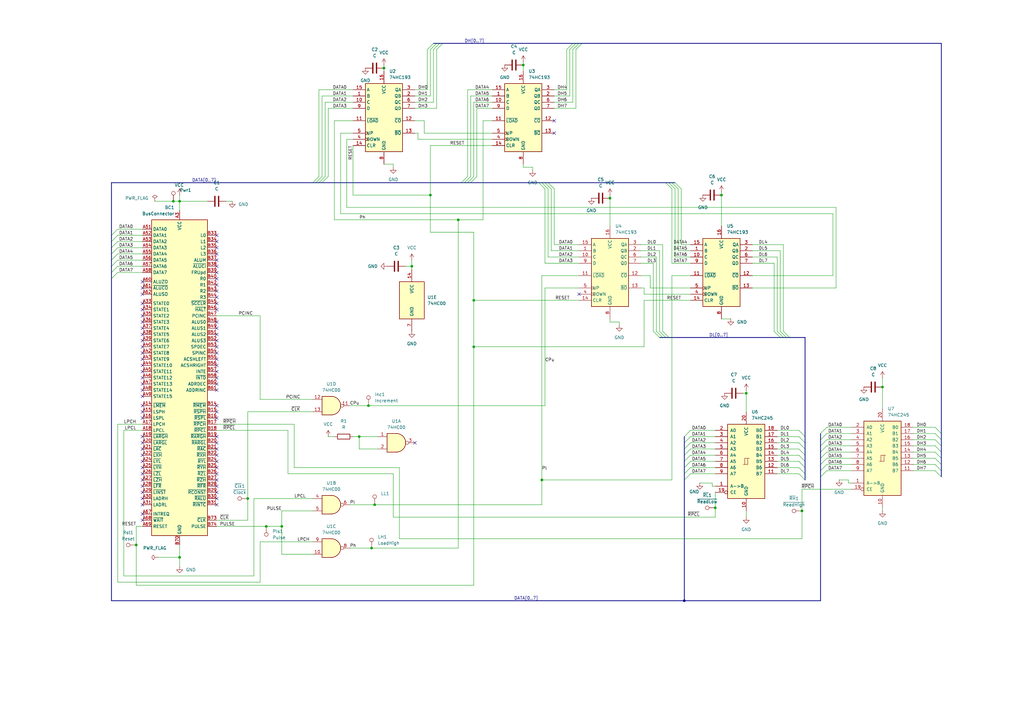
<source format=kicad_sch>
(kicad_sch (version 20250114) (generator "eeschema") (generator_version "9.0")
  (paper "A3")
  (junction (at 280.67 246.38))
  (junction (at 109.22 215.9))
  (junction (at 152.4 224.79))
  (junction (at 151.13 166.37))
  (junction (at 168.91 109.22))
  (junction (at 194.31 123.19))
  (junction (at 71.12 82.55))
  (junction (at 73.66 82.55))
  (junction (at 293.37 208.28))
  (junction (at 194.31 142.24))
  (junction (at 295.91 80.01))
  (junction (at 115.57 215.9))
  (junction (at 328.93 209.55))
  (junction (at 157.48 27.94))
  (junction (at 214.63 26.67))
  (junction (at 361.95 158.75))
  (junction (at 101.6 204.47))
  (junction (at 55.88 223.52))
  (junction (at 73.66 228.6))
  (junction (at 306.07 161.29))
  (junction (at 187.96 90.17))
  (junction (at 250.19 81.28))
  (junction (at 176.53 80.01))
  (junction (at 147.32 179.07))
  (junction (at 153.67 207.01))
  (junction (at 222.25 196.85))
  (no_connect (at 58.42 179.07))
  (no_connect (at 88.9 134.62))
  (no_connect (at 58.42 147.32))
  (no_connect (at 237.49 120.65))
  (no_connect (at 88.9 144.78))
  (no_connect (at 58.42 154.94))
  (no_connect (at 88.9 149.86))
  (no_connect (at 88.9 157.48))
  (no_connect (at 58.42 118.11))
  (no_connect (at 88.9 114.3))
  (no_connect (at 88.9 191.77))
  (no_connect (at 58.42 132.08))
  (no_connect (at 88.9 154.94))
  (no_connect (at 88.9 196.85))
  (no_connect (at 88.9 101.6))
  (no_connect (at 88.9 111.76))
  (no_connect (at 88.9 194.31))
  (no_connect (at 88.9 166.37))
  (no_connect (at 88.9 106.68))
  (no_connect (at 58.42 149.86))
  (no_connect (at 88.9 142.24))
  (no_connect (at 170.18 181.61))
  (no_connect (at 58.42 201.93))
  (no_connect (at 58.42 129.54))
  (no_connect (at 58.42 162.56))
  (no_connect (at 88.9 132.08))
  (no_connect (at 88.9 204.47))
  (no_connect (at 88.9 171.45))
  (no_connect (at 88.9 181.61))
  (no_connect (at 58.42 124.46))
  (no_connect (at 58.42 127))
  (no_connect (at 88.9 119.38))
  (no_connect (at 58.42 120.65))
  (no_connect (at 88.9 201.93))
  (no_connect (at 88.9 121.92))
  (no_connect (at 88.9 152.4))
  (no_connect (at 88.9 189.23))
  (no_connect (at 88.9 99.06))
  (no_connect (at 58.42 137.16))
  (no_connect (at 88.9 124.46))
  (no_connect (at 88.9 199.39))
  (no_connect (at 58.42 210.82))
  (no_connect (at 88.9 168.91))
  (no_connect (at 58.42 184.15))
  (no_connect (at 58.42 191.77))
  (no_connect (at 88.9 179.07))
  (no_connect (at 58.42 157.48))
  (no_connect (at 88.9 184.15))
  (no_connect (at 58.42 213.36))
  (no_connect (at 58.42 144.78))
  (no_connect (at 58.42 171.45))
  (no_connect (at 58.42 168.91))
  (no_connect (at 58.42 166.37))
  (no_connect (at 58.42 134.62))
  (no_connect (at 58.42 160.02))
  (no_connect (at 58.42 196.85))
  (no_connect (at 58.42 207.01))
  (no_connect (at 58.42 204.47))
  (no_connect (at 227.33 54.61))
  (no_connect (at 58.42 181.61))
  (no_connect (at 58.42 194.31))
  (no_connect (at 58.42 186.69))
  (no_connect (at 88.9 160.02))
  (no_connect (at 58.42 139.7))
  (no_connect (at 88.9 116.84))
  (no_connect (at 88.9 104.14))
  (no_connect (at 58.42 115.57))
  (no_connect (at 88.9 109.22))
  (no_connect (at 88.9 186.69))
  (no_connect (at 227.33 49.53))
  (no_connect (at 88.9 139.7))
  (no_connect (at 58.42 199.39))
  (no_connect (at 88.9 137.16))
  (no_connect (at 88.9 147.32))
  (no_connect (at 88.9 207.01))
  (no_connect (at 58.42 142.24))
  (no_connect (at 58.42 189.23))
  (no_connect (at 58.42 152.4))
  (no_connect (at 88.9 127))
  (no_connect (at 88.9 96.52))
  (bus_entry (at 128.27 74.93) (size 2.54 -2.54))
  (bus_entry (at 189.23 74.93) (size 2.54 -2.54))
  (bus_entry (at 273.05 138.43) (size -2.54 -2.54))
  (bus_entry (at 321.31 138.43) (size -2.54 -2.54))
  (bus_entry (at 280.67 191.77) (size 2.54 -2.54))
  (bus_entry (at 336.55 180.34) (size 2.54 -2.54))
  (bus_entry (at 323.85 138.43) (size -2.54 -2.54))
  (bus_entry (at 45.72 114.3) (size 2.54 -2.54))
  (bus_entry (at 330.2 194.31) (size -2.54 -2.54))
  (bus_entry (at 336.55 177.8) (size 2.54 -2.54))
  (bus_entry (at 274.32 138.43) (size -2.54 -2.54))
  (bus_entry (at 177.8 17.78) (size -2.54 2.54))
  (bus_entry (at 330.2 184.15) (size -2.54 -2.54))
  (bus_entry (at 276.86 74.93) (size 2.54 2.54))
  (bus_entry (at 280.67 194.31) (size 2.54 -2.54))
  (bus_entry (at 386.08 190.5) (size -2.54 -2.54))
  (bus_entry (at 336.55 185.42) (size 2.54 -2.54))
  (bus_entry (at 193.04 74.93) (size 2.54 -2.54))
  (bus_entry (at 190.5 74.93) (size 2.54 -2.54))
  (bus_entry (at 191.77 74.93) (size 2.54 -2.54))
  (bus_entry (at 336.55 195.58) (size 2.54 -2.54))
  (bus_entry (at 336.55 190.5) (size 2.54 -2.54))
  (bus_entry (at 224.79 74.93) (size 2.54 2.54))
  (bus_entry (at 270.51 138.43) (size -2.54 -2.54))
  (bus_entry (at 336.55 182.88) (size 2.54 -2.54))
  (bus_entry (at 280.67 179.07) (size 2.54 -2.54))
  (bus_entry (at 181.61 17.78) (size -2.54 2.54))
  (bus_entry (at 132.08 74.93) (size 2.54 -2.54))
  (bus_entry (at 386.08 182.88) (size -2.54 -2.54))
  (bus_entry (at 45.72 99.06) (size 2.54 -2.54))
  (bus_entry (at 386.08 185.42) (size -2.54 -2.54))
  (bus_entry (at 386.08 180.34) (size -2.54 -2.54))
  (bus_entry (at 280.67 196.85) (size 2.54 -2.54))
  (bus_entry (at 330.2 179.07) (size -2.54 -2.54))
  (bus_entry (at 45.72 104.14) (size 2.54 -2.54))
  (bus_entry (at 280.67 186.69) (size 2.54 -2.54))
  (bus_entry (at 129.54 74.93) (size 2.54 -2.54))
  (bus_entry (at 320.04 138.43) (size -2.54 -2.54))
  (bus_entry (at 280.67 189.23) (size 2.54 -2.54))
  (bus_entry (at 280.67 181.61) (size 2.54 -2.54))
  (bus_entry (at 280.67 184.15) (size 2.54 -2.54))
  (bus_entry (at 236.22 17.78) (size -2.54 2.54))
  (bus_entry (at 330.2 181.61) (size -2.54 -2.54))
  (bus_entry (at 271.78 138.43) (size -2.54 -2.54))
  (bus_entry (at 386.08 177.8) (size -2.54 -2.54))
  (bus_entry (at 238.76 17.78) (size -2.54 2.54))
  (bus_entry (at 386.08 187.96) (size -2.54 -2.54))
  (bus_entry (at 180.34 17.78) (size -2.54 2.54))
  (bus_entry (at 273.05 74.93) (size 2.54 2.54))
  (bus_entry (at 386.08 193.04) (size -2.54 -2.54))
  (bus_entry (at 386.08 195.58) (size -2.54 -2.54))
  (bus_entry (at 330.2 196.85) (size -2.54 -2.54))
  (bus_entry (at 336.55 193.04) (size 2.54 -2.54))
  (bus_entry (at 330.2 186.69) (size -2.54 -2.54))
  (bus_entry (at 45.72 106.68) (size 2.54 -2.54))
  (bus_entry (at 322.58 138.43) (size -2.54 -2.54))
  (bus_entry (at 234.95 17.78) (size -2.54 2.54))
  (bus_entry (at 222.25 74.93) (size 2.54 2.54))
  (bus_entry (at 45.72 111.76) (size 2.54 -2.54))
  (bus_entry (at 220.98 74.93) (size 2.54 2.54))
  (bus_entry (at 336.55 187.96) (size 2.54 -2.54))
  (bus_entry (at 45.72 96.52) (size 2.54 -2.54))
  (bus_entry (at 274.32 74.93) (size 2.54 2.54))
  (bus_entry (at 275.59 74.93) (size 2.54 2.54))
  (bus_entry (at 330.2 189.23) (size -2.54 -2.54))
  (bus_entry (at 130.81 74.93) (size 2.54 -2.54))
  (bus_entry (at 45.72 109.22) (size 2.54 -2.54))
  (bus_entry (at 179.07 17.78) (size -2.54 2.54))
  (bus_entry (at 237.49 17.78) (size -2.54 2.54))
  (bus_entry (at 330.2 191.77) (size -2.54 -2.54))
  (bus_entry (at 45.72 101.6) (size 2.54 -2.54))
  (bus_entry (at 223.52 74.93) (size 2.54 2.54))
  (wire (pts (xy 342.9 85.09) (xy 142.24 85.09)))
  (bus (pts (xy 330.2 194.31) (xy 330.2 196.85)))
  (bus (pts (xy 274.32 138.43) (xy 320.04 138.43)))
  (bus (pts (xy 129.54 74.93) (xy 130.81 74.93)))
  (wire (pts (xy 147.32 179.07) (xy 154.94 179.07)))
  (wire (pts (xy 194.31 142.24) (xy 264.16 142.24)))
  (wire (pts (xy 118.11 176.53) (xy 118.11 194.31)))
  (wire (pts (xy 142.24 57.15) (xy 144.78 57.15)))
  (wire (pts (xy 328.93 220.98) (xy 328.93 209.55)))
  (bus (pts (xy 223.52 74.93) (xy 224.79 74.93)))
  (wire (pts (xy 232.41 36.83) (xy 227.33 36.83)))
  (wire (pts (xy 95.25 82.55) (xy 92.71 82.55)))
  (bus (pts (xy 45.72 111.76) (xy 45.72 114.3)))
  (wire (pts (xy 304.8 161.29) (xy 306.07 161.29)))
  (wire (pts (xy 163.83 191.77) (xy 163.83 220.98)))
  (wire (pts (xy 48.26 109.22) (xy 58.42 109.22)))
  (wire (pts (xy 226.06 102.87) (xy 237.49 102.87)))
  (wire (pts (xy 194.31 123.19) (xy 237.49 123.19)))
  (wire (pts (xy 278.13 102.87) (xy 283.21 102.87)))
  (wire (pts (xy 147.32 179.07) (xy 147.32 184.15)))
  (wire (pts (xy 157.48 27.94) (xy 157.48 29.21)))
  (wire (pts (xy 187.96 224.79) (xy 187.96 90.17)))
  (wire (pts (xy 283.21 181.61) (xy 293.37 181.61)))
  (wire (pts (xy 269.24 135.89) (xy 269.24 105.41)))
  (wire (pts (xy 187.96 90.17) (xy 198.12 90.17)))
  (wire (pts (xy 151.13 166.37) (xy 143.51 166.37)))
  (wire (pts (xy 179.07 44.45) (xy 170.18 44.45)))
  (wire (pts (xy 137.16 49.53) (xy 144.78 49.53)))
  (wire (pts (xy 250.19 81.28) (xy 250.19 92.71)))
  (wire (pts (xy 171.45 57.15) (xy 201.93 57.15)))
  (wire (pts (xy 276.86 77.47) (xy 276.86 105.41)))
  (bus (pts (xy 45.72 101.6) (xy 45.72 104.14)))
  (wire (pts (xy 115.57 227.33) (xy 128.27 227.33)))
  (bus (pts (xy 323.85 138.43) (xy 330.2 138.43)))
  (wire (pts (xy 173.99 49.53) (xy 173.99 54.61)))
  (bus (pts (xy 336.55 195.58) (xy 336.55 246.38)))
  (wire (pts (xy 133.35 72.39) (xy 133.35 41.91)))
  (wire (pts (xy 194.31 72.39) (xy 194.31 41.91)))
  (wire (pts (xy 134.62 72.39) (xy 134.62 44.45)))
  (wire (pts (xy 275.59 107.95) (xy 283.21 107.95)))
  (wire (pts (xy 234.95 41.91) (xy 227.33 41.91)))
  (bus (pts (xy 386.08 185.42) (xy 386.08 187.96)))
  (bus (pts (xy 386.08 177.8) (xy 386.08 180.34)))
  (wire (pts (xy 63.5 82.55) (xy 71.12 82.55)))
  (wire (pts (xy 222.25 113.03) (xy 222.25 196.85)))
  (bus (pts (xy 273.05 138.43) (xy 274.32 138.43)))
  (wire (pts (xy 223.52 118.11) (xy 223.52 166.37)))
  (wire (pts (xy 327.66 184.15) (xy 318.77 184.15)))
  (bus (pts (xy 238.76 17.78) (xy 237.49 17.78)))
  (bus (pts (xy 128.27 74.93) (xy 129.54 74.93)))
  (wire (pts (xy 361.95 209.55) (xy 361.95 208.28)))
  (wire (pts (xy 317.5 135.89) (xy 317.5 107.95)))
  (wire (pts (xy 361.95 154.94) (xy 361.95 158.75)))
  (wire (pts (xy 48.26 104.14) (xy 58.42 104.14)))
  (wire (pts (xy 73.66 228.6) (xy 73.66 232.41)))
  (wire (pts (xy 48.26 96.52) (xy 58.42 96.52)))
  (wire (pts (xy 137.16 179.07) (xy 134.62 179.07)))
  (bus (pts (xy 270.51 138.43) (xy 271.78 138.43)))
  (wire (pts (xy 170.18 49.53) (xy 173.99 49.53)))
  (wire (pts (xy 142.24 85.09) (xy 142.24 57.15)))
  (wire (pts (xy 153.67 207.01) (xy 222.25 207.01)))
  (bus (pts (xy 189.23 74.93) (xy 190.5 74.93)))
  (bus (pts (xy 386.08 193.04) (xy 386.08 195.58)))
  (wire (pts (xy 383.54 180.34) (xy 374.65 180.34)))
  (wire (pts (xy 130.81 36.83) (xy 144.78 36.83)))
  (bus (pts (xy 238.76 17.78) (xy 386.08 17.78)))
  (bus (pts (xy 271.78 138.43) (xy 273.05 138.43)))
  (wire (pts (xy 134.62 44.45) (xy 144.78 44.45)))
  (wire (pts (xy 383.54 182.88) (xy 374.65 182.88)))
  (bus (pts (xy 45.72 109.22) (xy 45.72 111.76)))
  (bus (pts (xy 280.67 179.07) (xy 280.67 181.61)))
  (wire (pts (xy 327.66 176.53) (xy 318.77 176.53)))
  (wire (pts (xy 194.31 95.25) (xy 176.53 95.25)))
  (wire (pts (xy 106.68 238.76) (xy 106.68 222.25)))
  (wire (pts (xy 214.63 68.58) (xy 214.63 67.31)))
  (wire (pts (xy 279.4 77.47) (xy 279.4 100.33)))
  (wire (pts (xy 176.53 95.25) (xy 176.53 80.01)))
  (wire (pts (xy 144.78 179.07) (xy 147.32 179.07)))
  (wire (pts (xy 55.88 215.9) (xy 58.42 215.9)))
  (wire (pts (xy 224.79 105.41) (xy 237.49 105.41)))
  (wire (pts (xy 176.53 39.37) (xy 170.18 39.37)))
  (bus (pts (xy 280.67 186.69) (xy 280.67 189.23)))
  (wire (pts (xy 176.53 59.69) (xy 201.93 59.69)))
  (wire (pts (xy 327.66 179.07) (xy 318.77 179.07)))
  (wire (pts (xy 339.09 185.42) (xy 349.25 185.42)))
  (wire (pts (xy 115.57 209.55) (xy 128.27 209.55)))
  (wire (pts (xy 270.51 102.87) (xy 262.89 102.87)))
  (bus (pts (xy 336.55 182.88) (xy 336.55 185.42)))
  (wire (pts (xy 283.21 184.15) (xy 293.37 184.15)))
  (bus (pts (xy 274.32 74.93) (xy 275.59 74.93)))
  (wire (pts (xy 328.93 209.55) (xy 328.93 200.66)))
  (wire (pts (xy 175.26 20.32) (xy 175.26 36.83)))
  (bus (pts (xy 330.2 186.69) (xy 330.2 189.23)))
  (bus (pts (xy 191.77 74.93) (xy 193.04 74.93)))
  (wire (pts (xy 118.11 194.31) (xy 161.29 194.31)))
  (wire (pts (xy 88.9 176.53) (xy 118.11 176.53)))
  (bus (pts (xy 273.05 74.93) (xy 274.32 74.93)))
  (wire (pts (xy 341.63 113.03) (xy 341.63 87.63)))
  (wire (pts (xy 73.66 82.55) (xy 85.09 82.55)))
  (wire (pts (xy 48.26 101.6) (xy 58.42 101.6)))
  (wire (pts (xy 48.26 106.68) (xy 58.42 106.68)))
  (wire (pts (xy 318.77 135.89) (xy 318.77 105.41)))
  (wire (pts (xy 109.22 215.9) (xy 115.57 215.9)))
  (wire (pts (xy 168.91 106.68) (xy 168.91 109.22)))
  (bus (pts (xy 45.72 99.06) (xy 45.72 101.6)))
  (wire (pts (xy 233.68 39.37) (xy 227.33 39.37)))
  (wire (pts (xy 224.79 77.47) (xy 224.79 105.41)))
  (bus (pts (xy 336.55 185.42) (xy 336.55 187.96)))
  (wire (pts (xy 152.4 224.79) (xy 187.96 224.79)))
  (wire (pts (xy 223.52 107.95) (xy 237.49 107.95)))
  (wire (pts (xy 383.54 187.96) (xy 374.65 187.96)))
  (wire (pts (xy 137.16 90.17) (xy 187.96 90.17)))
  (bus (pts (xy 330.2 181.61) (xy 330.2 184.15)))
  (wire (pts (xy 283.21 179.07) (xy 293.37 179.07)))
  (bus (pts (xy 181.61 17.78) (xy 180.34 17.78)))
  (wire (pts (xy 48.26 238.76) (xy 106.68 238.76)))
  (wire (pts (xy 276.86 105.41) (xy 283.21 105.41)))
  (wire (pts (xy 194.31 240.03) (xy 194.31 142.24)))
  (wire (pts (xy 161.29 67.31) (xy 161.29 68.58)))
  (wire (pts (xy 191.77 72.39) (xy 191.77 36.83)))
  (wire (pts (xy 222.25 207.01) (xy 222.25 196.85)))
  (wire (pts (xy 171.45 54.61) (xy 170.18 54.61)))
  (bus (pts (xy 320.04 138.43) (xy 321.31 138.43)))
  (wire (pts (xy 361.95 158.75) (xy 361.95 167.64)))
  (wire (pts (xy 175.26 36.83) (xy 170.18 36.83)))
  (wire (pts (xy 177.8 41.91) (xy 170.18 41.91)))
  (wire (pts (xy 139.7 54.61) (xy 144.78 54.61)))
  (wire (pts (xy 278.13 77.47) (xy 278.13 102.87)))
  (wire (pts (xy 233.68 20.32) (xy 233.68 39.37)))
  (wire (pts (xy 339.09 187.96) (xy 349.25 187.96)))
  (bus (pts (xy 280.67 191.77) (xy 280.67 194.31)))
  (wire (pts (xy 143.51 207.01) (xy 153.67 207.01)))
  (wire (pts (xy 275.59 196.85) (xy 275.59 113.03)))
  (wire (pts (xy 176.53 20.32) (xy 176.53 39.37)))
  (wire (pts (xy 104.14 204.47) (xy 128.27 204.47)))
  (wire (pts (xy 50.8 236.22) (xy 104.14 236.22)))
  (wire (pts (xy 295.91 130.81) (xy 299.72 130.81)))
  (wire (pts (xy 347.98 198.12) (xy 349.25 198.12)))
  (wire (pts (xy 222.25 196.85) (xy 275.59 196.85)))
  (wire (pts (xy 308.61 102.87) (xy 320.04 102.87)))
  (wire (pts (xy 88.9 173.99) (xy 120.65 173.99)))
  (wire (pts (xy 267.97 135.89) (xy 267.97 107.95)))
  (wire (pts (xy 193.04 39.37) (xy 201.93 39.37)))
  (wire (pts (xy 50.8 176.53) (xy 50.8 236.22)))
  (wire (pts (xy 115.57 227.33) (xy 115.57 215.9)))
  (wire (pts (xy 214.63 29.21) (xy 214.63 26.67)))
  (wire (pts (xy 120.65 191.77) (xy 163.83 191.77)))
  (wire (pts (xy 55.88 215.9) (xy 55.88 223.52)))
  (wire (pts (xy 236.22 20.32) (xy 236.22 44.45)))
  (wire (pts (xy 73.66 80.01) (xy 73.66 82.55)))
  (wire (pts (xy 88.9 129.54) (xy 106.68 129.54)))
  (wire (pts (xy 287.02 198.12) (xy 292.1 198.12)))
  (wire (pts (xy 264.16 118.11) (xy 264.16 120.65)))
  (bus (pts (xy 280.67 194.31) (xy 280.67 196.85)))
  (wire (pts (xy 64.77 228.6) (xy 73.66 228.6)))
  (wire (pts (xy 191.77 36.83) (xy 201.93 36.83)))
  (wire (pts (xy 328.93 200.66) (xy 349.25 200.66)))
  (bus (pts (xy 280.67 189.23) (xy 280.67 191.77)))
  (bus (pts (xy 321.31 138.43) (xy 322.58 138.43)))
  (wire (pts (xy 293.37 201.93) (xy 293.37 208.28)))
  (wire (pts (xy 71.12 82.55) (xy 73.66 82.55)))
  (bus (pts (xy 45.72 74.93) (xy 128.27 74.93)))
  (bus (pts (xy 386.08 187.96) (xy 386.08 190.5)))
  (wire (pts (xy 254 132.08) (xy 254 133.35)))
  (bus (pts (xy 336.55 177.8) (xy 336.55 180.34)))
  (wire (pts (xy 341.63 87.63) (xy 139.7 87.63)))
  (wire (pts (xy 161.29 212.09) (xy 293.37 212.09)))
  (wire (pts (xy 344.17 196.85) (xy 347.98 196.85)))
  (wire (pts (xy 163.83 220.98) (xy 328.93 220.98)))
  (wire (pts (xy 120.65 173.99) (xy 120.65 191.77)))
  (bus (pts (xy 336.55 187.96) (xy 336.55 190.5)))
  (wire (pts (xy 383.54 185.42) (xy 374.65 185.42)))
  (wire (pts (xy 88.9 215.9) (xy 109.22 215.9)))
  (wire (pts (xy 308.61 100.33) (xy 321.31 100.33)))
  (wire (pts (xy 48.26 111.76) (xy 58.42 111.76)))
  (wire (pts (xy 157.48 26.67) (xy 157.48 27.94)))
  (wire (pts (xy 264.16 120.65) (xy 283.21 120.65)))
  (bus (pts (xy 336.55 180.34) (xy 336.55 182.88)))
  (wire (pts (xy 327.66 189.23) (xy 318.77 189.23)))
  (wire (pts (xy 161.29 194.31) (xy 161.29 212.09)))
  (wire (pts (xy 292.1 199.39) (xy 293.37 199.39)))
  (wire (pts (xy 48.26 173.99) (xy 58.42 173.99)))
  (bus (pts (xy 220.98 74.93) (xy 222.25 74.93)))
  (bus (pts (xy 179.07 17.78) (xy 177.8 17.78)))
  (wire (pts (xy 262.89 105.41) (xy 269.24 105.41)))
  (wire (pts (xy 383.54 175.26) (xy 374.65 175.26)))
  (bus (pts (xy 237.49 17.78) (xy 236.22 17.78)))
  (wire (pts (xy 101.6 204.47) (xy 101.6 168.91)))
  (wire (pts (xy 347.98 196.85) (xy 347.98 198.12)))
  (bus (pts (xy 236.22 17.78) (xy 234.95 17.78)))
  (bus (pts (xy 386.08 17.78) (xy 386.08 177.8)))
  (wire (pts (xy 292.1 198.12) (xy 292.1 199.39)))
  (bus (pts (xy 330.2 179.07) (xy 330.2 181.61)))
  (bus (pts (xy 330.2 189.23) (xy 330.2 191.77)))
  (wire (pts (xy 106.68 129.54) (xy 106.68 163.83)))
  (wire (pts (xy 227.33 77.47) (xy 227.33 100.33)))
  (wire (pts (xy 176.53 80.01) (xy 144.78 80.01)))
  (wire (pts (xy 223.52 166.37) (xy 151.13 166.37)))
  (wire (pts (xy 143.51 224.79) (xy 152.4 224.79)))
  (bus (pts (xy 280.67 184.15) (xy 280.67 186.69)))
  (wire (pts (xy 227.33 44.45) (xy 236.22 44.45)))
  (bus (pts (xy 45.72 246.38) (xy 280.67 246.38)))
  (wire (pts (xy 295.91 80.01) (xy 295.91 92.71)))
  (bus (pts (xy 336.55 193.04) (xy 336.55 195.58)))
  (wire (pts (xy 234.95 20.32) (xy 234.95 41.91)))
  (wire (pts (xy 173.99 54.61) (xy 201.93 54.61)))
  (wire (pts (xy 339.09 175.26) (xy 349.25 175.26)))
  (wire (pts (xy 283.21 194.31) (xy 293.37 194.31)))
  (wire (pts (xy 101.6 213.36) (xy 101.6 204.47)))
  (bus (pts (xy 45.72 114.3) (xy 45.72 246.38)))
  (wire (pts (xy 232.41 20.32) (xy 232.41 36.83)))
  (wire (pts (xy 193.04 72.39) (xy 193.04 39.37)))
  (wire (pts (xy 275.59 113.03) (xy 283.21 113.03)))
  (wire (pts (xy 88.9 213.36) (xy 101.6 213.36)))
  (wire (pts (xy 271.78 100.33) (xy 262.89 100.33)))
  (wire (pts (xy 179.07 20.32) (xy 179.07 44.45)))
  (bus (pts (xy 45.72 74.93) (xy 45.72 96.52)))
  (wire (pts (xy 339.09 193.04) (xy 349.25 193.04)))
  (wire (pts (xy 262.89 113.03) (xy 266.7 113.03)))
  (wire (pts (xy 327.66 191.77) (xy 318.77 191.77)))
  (wire (pts (xy 101.6 168.91) (xy 128.27 168.91)))
  (wire (pts (xy 250.19 80.01) (xy 250.19 81.28)))
  (wire (pts (xy 226.06 77.47) (xy 226.06 102.87)))
  (wire (pts (xy 250.19 132.08) (xy 250.19 130.81)))
  (wire (pts (xy 383.54 177.8) (xy 374.65 177.8)))
  (wire (pts (xy 166.37 109.22) (xy 168.91 109.22)))
  (wire (pts (xy 198.12 49.53) (xy 201.93 49.53)))
  (bus (pts (xy 132.08 74.93) (xy 189.23 74.93)))
  (wire (pts (xy 262.89 118.11) (xy 264.16 118.11)))
  (bus (pts (xy 386.08 182.88) (xy 386.08 185.42)))
  (wire (pts (xy 171.45 57.15) (xy 171.45 54.61)))
  (bus (pts (xy 280.67 196.85) (xy 280.67 246.38)))
  (wire (pts (xy 195.58 72.39) (xy 195.58 44.45)))
  (wire (pts (xy 176.53 80.01) (xy 176.53 59.69)))
  (wire (pts (xy 339.09 190.5) (xy 349.25 190.5)))
  (bus (pts (xy 386.08 180.34) (xy 386.08 182.88)))
  (wire (pts (xy 327.66 181.61) (xy 318.77 181.61)))
  (wire (pts (xy 223.52 118.11) (xy 237.49 118.11)))
  (bus (pts (xy 45.72 104.14) (xy 45.72 106.68)))
  (bus (pts (xy 130.81 74.93) (xy 132.08 74.93)))
  (bus (pts (xy 193.04 74.93) (xy 220.98 74.93)))
  (wire (pts (xy 267.97 107.95) (xy 262.89 107.95)))
  (wire (pts (xy 104.14 236.22) (xy 104.14 204.47)))
  (wire (pts (xy 48.26 93.98) (xy 58.42 93.98)))
  (bus (pts (xy 222.25 74.93) (xy 223.52 74.93)))
  (wire (pts (xy 339.09 182.88) (xy 349.25 182.88)))
  (bus (pts (xy 330.2 184.15) (xy 330.2 186.69)))
  (wire (pts (xy 339.09 177.8) (xy 349.25 177.8)))
  (wire (pts (xy 194.31 123.19) (xy 194.31 95.25)))
  (wire (pts (xy 295.91 78.74) (xy 295.91 80.01)))
  (wire (pts (xy 133.35 41.91) (xy 144.78 41.91)))
  (bus (pts (xy 330.2 191.77) (xy 330.2 194.31)))
  (wire (pts (xy 115.57 215.9) (xy 115.57 209.55)))
  (bus (pts (xy 45.72 96.52) (xy 45.72 99.06)))
  (bus (pts (xy 386.08 190.5) (xy 386.08 193.04)))
  (wire (pts (xy 283.21 189.23) (xy 293.37 189.23)))
  (wire (pts (xy 270.51 135.89) (xy 270.51 102.87)))
  (wire (pts (xy 177.8 20.32) (xy 177.8 41.91)))
  (wire (pts (xy 254 132.08) (xy 250.19 132.08)))
  (wire (pts (xy 306.07 160.02) (xy 306.07 161.29)))
  (wire (pts (xy 50.8 176.53) (xy 58.42 176.53)))
  (wire (pts (xy 283.21 191.77) (xy 293.37 191.77)))
  (wire (pts (xy 132.08 72.39) (xy 132.08 39.37)))
  (wire (pts (xy 293.37 208.28) (xy 293.37 212.09)))
  (wire (pts (xy 339.09 180.34) (xy 349.25 180.34)))
  (wire (pts (xy 342.9 118.11) (xy 342.9 85.09)))
  (wire (pts (xy 73.66 82.55) (xy 73.66 86.36)))
  (bus (pts (xy 322.58 138.43) (xy 323.85 138.43)))
  (bus (pts (xy 336.55 190.5) (xy 336.55 193.04)))
  (wire (pts (xy 327.66 186.69) (xy 318.77 186.69)))
  (wire (pts (xy 55.88 240.03) (xy 194.31 240.03)))
  (wire (pts (xy 194.31 41.91) (xy 201.93 41.91)))
  (wire (pts (xy 320.04 135.89) (xy 320.04 102.87)))
  (wire (pts (xy 283.21 176.53) (xy 293.37 176.53)))
  (bus (pts (xy 330.2 138.43) (xy 330.2 179.07)))
  (bus (pts (xy 190.5 74.93) (xy 191.77 74.93)))
  (wire (pts (xy 144.78 80.01) (xy 144.78 59.69)))
  (wire (pts (xy 227.33 100.33) (xy 237.49 100.33)))
  (wire (pts (xy 271.78 135.89) (xy 271.78 100.33)))
  (bus (pts (xy 280.67 181.61) (xy 280.67 184.15)))
  (wire (pts (xy 383.54 190.5) (xy 374.65 190.5)))
  (wire (pts (xy 264.16 142.24) (xy 264.16 123.19)))
  (wire (pts (xy 308.61 107.95) (xy 317.5 107.95)))
  (bus (pts (xy 181.61 17.78) (xy 234.95 17.78)))
  (wire (pts (xy 198.12 90.17) (xy 198.12 49.53)))
  (wire (pts (xy 137.16 90.17) (xy 137.16 49.53)))
  (wire (pts (xy 279.4 100.33) (xy 283.21 100.33)))
  (wire (pts (xy 48.26 173.99) (xy 48.26 238.76)))
  (wire (pts (xy 264.16 123.19) (xy 283.21 123.19)))
  (wire (pts (xy 139.7 87.63) (xy 139.7 54.61)))
  (wire (pts (xy 283.21 186.69) (xy 293.37 186.69)))
  (wire (pts (xy 132.08 39.37) (xy 144.78 39.37)))
  (wire (pts (xy 321.31 135.89) (xy 321.31 100.33)))
  (wire (pts (xy 306.07 161.29) (xy 306.07 168.91)))
  (bus (pts (xy 280.67 246.38) (xy 336.55 246.38)))
  (wire (pts (xy 223.52 77.47) (xy 223.52 107.95)))
  (wire (pts (xy 161.29 67.31) (xy 157.48 67.31)))
  (wire (pts (xy 48.26 99.06) (xy 58.42 99.06)))
  (wire (pts (xy 222.25 113.03) (xy 237.49 113.03)))
  (wire (pts (xy 383.54 193.04) (xy 374.65 193.04)))
  (wire (pts (xy 306.07 209.55) (xy 306.07 212.09)))
  (wire (pts (xy 308.61 113.03) (xy 341.63 113.03)))
  (wire (pts (xy 106.68 163.83) (xy 128.27 163.83)))
  (wire (pts (xy 327.66 194.31) (xy 318.77 194.31)))
  (bus (pts (xy 275.59 74.93) (xy 276.86 74.93)))
  (wire (pts (xy 218.44 69.85) (xy 218.44 68.58)))
  (wire (pts (xy 195.58 44.45) (xy 201.93 44.45)))
  (bus (pts (xy 273.05 74.93) (xy 224.79 74.93)))
  (wire (pts (xy 266.7 118.11) (xy 283.21 118.11)))
  (wire (pts (xy 266.7 118.11) (xy 266.7 113.03)))
  (wire (pts (xy 275.59 77.47) (xy 275.59 107.95)))
  (wire (pts (xy 194.31 142.24) (xy 194.31 123.19)))
  (wire (pts (xy 218.44 68.58) (xy 214.63 68.58)))
  (wire (pts (xy 214.63 25.4) (xy 214.63 26.67)))
  (wire (pts (xy 308.61 118.11) (xy 342.9 118.11)))
  (wire (pts (xy 147.32 184.15) (xy 154.94 184.15)))
  (wire (pts (xy 106.68 222.25) (xy 128.27 222.25)))
  (wire (pts (xy 130.81 72.39) (xy 130.81 36.83)))
  (wire (pts (xy 168.91 109.22) (xy 168.91 110.49)))
  (bus (pts (xy 180.34 17.78) (xy 179.07 17.78)))
  (wire (pts (xy 308.61 105.41) (xy 318.77 105.41)))
  (bus (pts (xy 45.72 106.68) (xy 45.72 109.22)))
  (wire (pts (xy 73.66 223.52) (xy 73.66 228.6)))
  (wire (pts (xy 55.88 223.52) (xy 55.88 240.03)))
  (label "RESET" (at 144.78 59.69 270))
  (label "DL[0..7]" (at 290.83 138.43 0))
  (label "DATA7" (at 345.44 193.04 180))
  (label "DATA7" (at 289.56 194.31 180))
  (label "DH2" (at 375.92 180.34 0))
  (label "LPCL" (at 55.88 176.53 180))
  (label "DH2" (at 171.45 41.91 0))
  (label "DATA1" (at 345.44 177.8 180))
  (label "DH0" (at 375.92 175.26 0))
  (label "DL2" (at 265.43 105.41 0))
  (label "DL6" (at 311.15 105.41 0))
  (label "DH[0..7]" (at 190.5 17.78 0))
  (label "DATA3" (at 54.61 101.6 180))
  (label "DL2" (at 320.04 181.61 0))
  (label "CPu" (at 143.51 166.37 0))
  (label "DATA6" (at 345.44 190.5 180))
  (label "DL0" (at 265.43 100.33 0))
  (label "DL1" (at 320.04 179.07 0))
  (label "~{RPCL}" (at 287.02 212.09 180))
  (label "DL0" (at 320.04 176.53 0))
  (label "DATA0" (at 234.95 100.33 180))
  (label "LPCL" (at 120.65 204.47 0))
  (label "DH3" (at 171.45 44.45 0))
  (label "DATA6" (at 281.94 105.41 180))
  (label "DATA1" (at 54.61 96.52 180))
  (label "DATA4" (at 54.61 104.14 180))
  (label "DH5" (at 375.92 187.96 0))
  (label "DL5" (at 311.15 102.87 0))
  (label "Pl" (at 143.51 207.01 0))
  (label "DATA1" (at 289.56 179.07 180))
  (label "DATA6" (at 54.61 109.22 180))
  (label "DH6" (at 375.92 190.5 0))
  (label "DATA5" (at 289.56 189.23 180))
  (label "Ph" (at 143.51 224.79 0))
  (label "DL5" (at 320.04 189.23 0))
  (label "DH4" (at 228.6 36.83 0))
  (label "DATA3" (at 289.56 184.15 180))
  (label "DH3" (at 375.92 182.88 0))
  (label "DH1" (at 171.45 39.37 0))
  (label "DL7" (at 311.15 107.95 0))
  (label "DATA1" (at 142.24 39.37 180))
  (label "DATA2" (at 54.61 99.06 180))
  (label "~{CLK}" (at 90.17 213.36 0))
  (label "DL4" (at 311.15 100.33 0))
  (label "DATA3" (at 142.24 44.45 180))
  (label "DATA0" (at 289.56 176.53 180))
  (label "DATA2" (at 345.44 180.34 180))
  (label "DATA3" (at 234.95 107.95 180))
  (label "DATA5" (at 54.61 106.68 180))
  (label "DL1" (at 265.43 102.87 0))
  (label "DATA4" (at 200.66 36.83 180))
  (label "LPCH" (at 55.88 173.99 180))
  (label "PCINC" (at 97.79 129.54 0))
  (label "DATA[0..7]" (at 210.82 246.38 0))
  (label "DATA6" (at 289.56 191.77 180))
  (label "DH7" (at 375.92 193.04 0))
  (label "DH0" (at 171.45 36.83 0))
  (label "DATA7" (at 54.61 111.76 180))
  (label "~{RPCH}" (at 334.01 200.66 180))
  (label "RESET" (at 233.68 123.19 180))
  (label "DL7" (at 320.04 194.31 0))
  (label "DATA4" (at 281.94 100.33 180))
  (label "Pl" (at 222.25 193.04 0))
  (label "DL3" (at 320.04 184.15 0))
  (label "DATA5" (at 281.94 102.87 180))
  (label "DATA0" (at 142.24 36.83 180))
  (label "DATA3" (at 345.44 182.88 180))
  (label "DATA5" (at 345.44 187.96 180))
  (label "DH1" (at 375.92 177.8 0))
  (label "DATA4" (at 345.44 185.42 180))
  (label "DATA2" (at 289.56 181.61 180))
  (label "DATA[0..7]" (at 78.74 74.93 0))
  (label "PULSE" (at 90.17 215.9 0))
  (label "DATA2" (at 234.95 105.41 180))
  (label "DATA7" (at 200.66 44.45 180))
  (label "DATA0" (at 54.61 93.98 180))
  (label "DH5" (at 228.6 39.37 0))
  (label "RESET" (at 55.88 215.9 180))
  (label "RESET" (at 279.4 123.19 180))
  (label "DH7" (at 228.6 44.45 0))
  (label "DATA1" (at 234.95 102.87 180))
  (label "DL6" (at 320.04 191.77 0))
  (label "DATA7" (at 281.94 107.95 180))
  (label "DH6" (at 228.6 41.91 0))
  (label "DL3" (at 265.43 107.95 0))
  (label "~{RPCL}" (at 91.44 176.53 0))
  (label "DATA0" (at 345.44 175.26 180))
  (label "DATA2" (at 142.24 41.91 180))
  (label "LPCH" (at 121.92 222.25 0))
  (label "PCINC" (at 123.19 163.83 180))
  (label "PULSE" (at 115.57 209.55 180))
  (label "DH4" (at 375.92 185.42 0))
  (label "CPu" (at 223.52 148.59 0))
  (label "RESET" (at 190.5 59.69 180))
  (label "DATA5" (at 200.66 39.37 180))
  (label "Ph" (at 147.32 90.17 0))
  (label "~{RPCH}" (at 91.44 173.99 0))
  (label "DATA4" (at 289.56 186.69 180))
  (label "DL4" (at 320.04 186.69 0))
  (label "~{CLK}" (at 123.19 168.91 180))
  (label "DATA6" (at 200.66 41.91 180))
  (symbol (lib_id "power:GND") (at 218.44 69.85 0) (unit 1)
    (property "Reference" "#PWR038" (effects (hide yes)))
    (property "Value" "GND" (at 218.44 74.93 0))
    (property "Description" "Power symbol creates a global label with name \"GND\" , ground" (effects (hide yes)))
  )
  (symbol (lib_id "power:GND") (at 361.95 209.55 0) (unit 1)
    (property "Reference" "#PWR052" (effects (hide yes)))
    (property "Value" "GND" (at 361.95 214.63 0))
    (property "Description" "Power symbol creates a global label with name \"GND\" , ground" (effects (hide yes)))
  )
  (symbol (lib_id "power:VCC") (at 134.62 179.07 0) (unit 1)
    (property "Reference" "#PWR01" (effects (hide yes)))
    (property "Value" "VCC" (at 134.62 173.99 0))
    (property "Description" "Power symbol creates a global label with name \"VCC\"" (effects (hide yes)))
  )
  (symbol (lib_id "74xx:74HC245") (at 361.95 187.96 0) (unit 1)
    (property "Reference" "U7" (at 364.0933 167.64 0) (effects (justify left)))
    (property "Value" "74HC245" (at 364.0933 170.18 0) (effects (justify left)))
    (property "Footprint" "Package_DIP:DIP-20_W7.62mm_Socket_LongPads" (effects (hide yes)))
    (property "Datasheet" "http://www.ti.com/lit/gpn/sn74HC245" (effects (hide yes)))
    (property "Description" "Octal BUS Transceivers, 3-State outputs" (effects (hide yes)))
  )
  (symbol (lib_id "Device:C") (at 246.38 81.28 90) (unit 1)
    (property "Reference" "C5" (at 246.38 73.66 90))
    (property "Value" "C" (at 246.38 76.2 90))
    (property "Footprint" "Capacitor_THT:C_Disc_D5.0mm_W2.5mm_P5.00mm" (effects (hide yes)))
    (property "Description" "Unpolarized capacitor" (effects (hide yes)))
  )
  (symbol (lib_id "Device:C") (at 210.82 26.67 90) (unit 1)
    (property "Reference" "C4" (at 210.82 19.05 90))
    (property "Value" "C" (at 210.82 21.59 90))
    (property "Footprint" "Capacitor_THT:C_Disc_D5.0mm_W2.5mm_P5.00mm" (effects (hide yes)))
    (property "Description" "Unpolarized capacitor" (effects (hide yes)))
  )
  (symbol (lib_id "power:GND") (at 299.72 130.81 0) (unit 1)
    (property "Reference" "#PWR046" (effects (hide yes)))
    (property "Value" "GND" (at 302.26 132.0799 0) (effects (justify left)))
    (property "Description" "Power symbol creates a global label with name \"GND\" , ground" (effects (hide yes)))
  )
  (symbol (lib_id "power:GND") (at 158.75 109.22 270) (unit 1)
    (property "Reference" "#PWR032" (effects (hide yes)))
    (property "Value" "GND" (at 154.94 109.2199 90) (effects (justify right)))
    (property "Description" "Power symbol creates a global label with name \"GND\" , ground" (effects (hide yes)))
  )
  (symbol (lib_id "power:GND") (at 207.01 26.67 0) (unit 1)
    (property "Reference" "#PWR036" (effects (hide yes)))
    (property "Value" "GND" (at 207.01 31.75 0))
    (property "Description" "Power symbol creates a global label with name \"GND\" , ground" (effects (hide yes)))
  )
  (symbol (lib_id "74xx:74HC193") (at 157.48 46.99 0) (unit 1)
    (property "Reference" "U2" (at 159.6233 29.21 0) (effects (justify left)))
    (property "Value" "74HC193" (at 159.6233 31.75 0) (effects (justify left)))
    (property "Footprint" "Package_DIP:DIP-16_W7.62mm_Socket_LongPads" (effects (hide yes)))
    (property "Datasheet" "https://assets.nexperia.com/documents/data-sheet/74HC_HCT193.pdf" (effects (hide yes)))
    (property "Description" "Synchronous 4-bit Up/Down (2 clk) counter" (effects (hide yes)))
  )
  (symbol (lib_id "74xx:74HC193") (at 250.19 110.49 0) (unit 1)
    (property "Reference" "U4" (at 252.3333 92.71 0) (effects (justify left)))
    (property "Value" "74HC193" (at 252.3333 95.25 0) (effects (justify left)))
    (property "Footprint" "Package_DIP:DIP-16_W7.62mm_Socket_LongPads" (effects (hide yes)))
    (property "Datasheet" "https://assets.nexperia.com/documents/data-sheet/74HC_HCT193.pdf" (effects (hide yes)))
    (property "Description" "Synchronous 4-bit Up/Down (2 clk) counter" (effects (hide yes)))
  )
  (symbol (lib_id "power:GND") (at 242.57 81.28 0) (unit 1)
    (property "Reference" "#PWR039" (effects (hide yes)))
    (property "Value" "GND" (at 242.57 86.36 0))
    (property "Description" "Power symbol creates a global label with name \"GND\" , ground" (effects (hide yes)))
  )
  (symbol (lib_id "power:GND") (at 354.33 158.75 0) (unit 1)
    (property "Reference" "#PWR050" (effects (hide yes)))
    (property "Value" "GND" (at 354.33 163.83 0))
    (property "Description" "Power symbol creates a global label with name \"GND\" , ground" (effects (hide yes)))
  )
  (symbol (lib_id "Connector:TestPoint") (at 71.12 82.55 0) (unit 1)
    (property "Reference" "Pwr1" (at 73.66 77.9779 0) (effects (justify left)))
    (property "Value" "Power" (effects (hide yes)))
    (property "Footprint" "TestPoint:TestPoint_Pad_D1.0mm" (effects (hide yes)))
    (property "Description" "test point" (effects (hide yes)))
  )
  (symbol (lib_id "Connector:TestPoint") (at 293.37 208.28 90) (unit 1)
    (property "Reference" "~{RL}1" (at 290.068 203.2 90))
    (property "Value" "~{ReadLow}" (at 290.068 205.74 90))
    (property "Footprint" "TestPoint:TestPoint_Pad_D1.0mm" (effects (hide yes)))
    (property "Description" "test point" (effects (hide yes)))
  )
  (symbol (lib_id "power:VCC") (at 295.91 78.74 0) (unit 1)
    (property "Reference" "#PWR044" (effects (hide yes)))
    (property "Value" "VCC" (at 295.91 73.66 0))
    (property "Description" "Power symbol creates a global label with name \"VCC\"" (effects (hide yes)))
  )
  (symbol (lib_id "Connector:TestPoint") (at 55.88 223.52 90) (unit 1)
    (property "Reference" "Rst1" (at 52.578 218.44 90))
    (property "Value" "Reset" (at 52.578 220.98 90))
    (property "Footprint" "TestPoint:TestPoint_Pad_D1.0mm" (effects (hide yes)))
    (property "Description" "test point" (effects (hide yes)))
  )
  (symbol (lib_id "Connector:TestPoint") (at 152.4 224.79 0) (unit 1)
    (property "Reference" "LH1" (at 154.94 220.2179 0) (effects (justify left)))
    (property "Value" "LoadHigh" (at 154.94 222.7579 0) (effects (justify left)))
    (property "Footprint" "TestPoint:TestPoint_Pad_D1.0mm" (effects (hide yes)))
    (property "Description" "test point" (effects (hide yes)))
  )
  (symbol (lib_id "power:VCC") (at 214.63 25.4 0) (unit 1)
    (property "Reference" "#PWR037" (effects (hide yes)))
    (property "Value" "VCC" (at 214.63 20.32 0))
    (property "Description" "Power symbol creates a global label with name \"VCC\"" (effects (hide yes)))
  )
  (symbol (lib_id "power:PWR_FLAG") (at 64.77 228.6 90) (unit 1)
    (property "Reference" "#FLG04" (effects (hide yes)))
    (property "Value" "PWR_FLAG" (at 63.5 224.79 90))
    (property "Description" "Special symbol for telling ERC where power comes from" (effects (hide yes)))
  )
  (symbol (lib_id "74xx:74HC00") (at 135.89 207.01 0) (unit 2)
    (property "Reference" "U1" (at 135.8817 198.12 0))
    (property "Value" "74HC00" (at 135.8817 200.66 0))
    (property "Footprint" "Package_DIP:DIP-14_W7.62mm_Socket_LongPads" (effects (hide yes)))
    (property "Datasheet" "http://www.ti.com/lit/gpn/sn74hc00" (effects (hide yes)))
    (property "Description" "quad 2-input NAND gate" (effects (hide yes)))
  )
  (symbol (lib_id "power:GND") (at 149.86 27.94 0) (unit 1)
    (property "Reference" "#PWR030" (effects (hide yes)))
    (property "Value" "GND" (at 149.86 33.02 0))
    (property "Description" "Power symbol creates a global label with name \"GND\" , ground" (effects (hide yes)))
  )
  (symbol (lib_id "power:GND") (at 288.29 80.01 0) (unit 1)
    (property "Reference" "#PWR043" (effects (hide yes)))
    (property "Value" "GND" (at 288.29 85.09 0))
    (property "Description" "Power symbol creates a global label with name \"GND\" , ground" (effects (hide yes)))
  )
  (symbol (lib_id "74xx:74HC193") (at 214.63 46.99 0) (unit 1)
    (property "Reference" "U3" (at 216.7733 29.21 0) (effects (justify left)))
    (property "Value" "74HC193" (at 216.7733 31.75 0) (effects (justify left)))
    (property "Footprint" "Package_DIP:DIP-16_W7.62mm_Socket_LongPads" (effects (hide yes)))
    (property "Datasheet" "https://assets.nexperia.com/documents/data-sheet/74HC_HCT193.pdf" (effects (hide yes)))
    (property "Description" "Synchronous 4-bit Up/Down (2 clk) counter" (effects (hide yes)))
  )
  (symbol (lib_id "74xx:74HC00") (at 135.89 224.79 0) (unit 3)
    (property "Reference" "U1" (at 135.8817 215.9 0))
    (property "Value" "74HC00" (at 135.8817 218.44 0))
    (property "Footprint" "Package_DIP:DIP-14_W7.62mm_Socket_LongPads" (effects (hide yes)))
    (property "Datasheet" "http://www.ti.com/lit/gpn/sn74hc00" (effects (hide yes)))
    (property "Description" "quad 2-input NAND gate" (effects (hide yes)))
  )
  (symbol (lib_id "Connector:TestPoint") (at 153.67 207.01 0) (unit 1)
    (property "Reference" "LL1" (at 156.21 202.4379 0) (effects (justify left)))
    (property "Value" "LoadLow" (effects (hide yes)))
    (property "Footprint" "TestPoint:TestPoint_Pad_D1.0mm" (effects (hide yes)))
    (property "Description" "test point" (effects (hide yes)))
  )
  (symbol (lib_id "Device:C") (at 162.56 109.22 90) (unit 1)
    (property "Reference" "C3" (at 162.56 101.6 90))
    (property "Value" "C" (at 162.56 104.14 90))
    (property "Footprint" "Capacitor_THT:C_Disc_D5.0mm_W2.5mm_P5.00mm" (effects (hide yes)))
    (property "Description" "Unpolarized capacitor" (effects (hide yes)))
  )
  (symbol (lib_id "74xx:74HC00") (at 162.56 181.61 0) (unit 1)
    (property "Reference" "U1" (at 162.5517 172.72 0))
    (property "Value" "74HC00" (at 162.5517 175.26 0))
    (property "Footprint" "Package_DIP:DIP-14_W7.62mm_Socket_LongPads" (effects (hide yes)))
    (property "Datasheet" "http://www.ti.com/lit/gpn/sn74hc00" (effects (hide yes)))
    (property "Description" "quad 2-input NAND gate" (effects (hide yes)))
  )
  (symbol (lib_id "power:VCC") (at 361.95 154.94 0) (unit 1)
    (property "Reference" "#PWR051" (effects (hide yes)))
    (property "Value" "VCC" (at 361.95 149.86 0))
    (property "Description" "Power symbol creates a global label with name \"VCC\"" (effects (hide yes)))
  )
  (symbol (lib_id "Connector:TestPoint") (at 101.6 204.47 90) (unit 1)
    (property "Reference" "~{Clk}1" (at 98.298 199.39 90))
    (property "Value" "~{Clock}" (at 98.298 201.93 90))
    (property "Footprint" "TestPoint:TestPoint_Pad_D1.0mm" (effects (hide yes)))
    (property "Description" "test point" (effects (hide yes)))
  )
  (symbol (lib_id "power:GND") (at 287.02 198.12 0) (unit 1)
    (property "Reference" "#PWR042" (effects (hide yes)))
    (property "Value" "GND" (at 284.734 201.676 0))
    (property "Description" "Power symbol creates a global label with name \"GND\" , ground" (effects (hide yes)))
  )
  (symbol (lib_id "power:GND") (at 161.29 68.58 0) (unit 1)
    (property "Reference" "#PWR033" (effects (hide yes)))
    (property "Value" "GND" (at 161.29 73.66 0))
    (property "Description" "Power symbol creates a global label with name \"GND\" , ground" (effects (hide yes)))
  )
  (symbol (lib_id "Device:C") (at 358.14 158.75 270) (unit 1)
    (property "Reference" "C8" (at 358.14 151.13 90))
    (property "Value" "C" (at 358.14 153.67 90))
    (property "Footprint" "Capacitor_THT:C_Disc_D5.0mm_W2.5mm_P5.00mm" (effects (hide yes)))
    (property "Description" "Unpolarized capacitor" (effects (hide yes)))
  )
  (symbol (lib_id "power:GND") (at 297.18 161.29 0) (unit 1)
    (property "Reference" "#PWR045" (effects (hide yes)))
    (property "Value" "GND" (at 297.18 166.37 0))
    (property "Description" "Power symbol creates a global label with name \"GND\" , ground" (effects (hide yes)))
  )
  (symbol (lib_id "power:PWR_FLAG") (at 63.5 82.55 0) (mirror y) (unit 1)
    (property "Reference" "#FLG03" (effects (hide yes)))
    (property "Value" "PWR_FLAG" (at 60.96 81.2799 0) (effects (justify left)))
    (property "Description" "Special symbol for telling ERC where power comes from" (effects (hide yes)))
  )
  (symbol (lib_id "Device:C") (at 88.9 82.55 90) (mirror x) (unit 1)
    (property "Reference" "C1" (at 88.9 74.93 90))
    (property "Value" "C" (at 88.9 77.47 90))
    (property "Footprint" "Capacitor_THT:C_Radial_D6.3mm_H5.0mm_P2.50mm" (effects (hide yes)))
    (property "Description" "Unpolarized capacitor" (effects (hide yes)))
  )
  (symbol (lib_id "power:GND") (at 168.91 135.89 0) (unit 1)
    (property "Reference" "#PWR035" (effects (hide yes)))
    (property "Value" "GND" (at 168.91 140.97 0))
    (property "Description" "Power symbol creates a global label with name \"GND\" , ground" (effects (hide yes)))
  )
  (symbol (lib_id "power:VCC") (at 168.91 106.68 0) (unit 1)
    (property "Reference" "#PWR034" (effects (hide yes)))
    (property "Value" "VCC" (at 168.91 101.6 0))
    (property "Description" "Power symbol creates a global label with name \"VCC\"" (effects (hide yes)))
  )
  (symbol (lib_id "power:GND") (at 73.66 232.41 0) (unit 1)
    (property "Reference" "#PWR028" (effects (hide yes)))
    (property "Value" "GND" (at 76.2 233.6799 0) (effects (justify left)))
    (property "Description" "Power symbol creates a global label with name \"GND\" , ground" (effects (hide yes)))
  )
  (symbol (lib_id "power:VCC") (at 73.66 80.01 0) (mirror y) (unit 1)
    (property "Reference" "#PWR027" (effects (hide yes)))
    (property "Value" "VCC" (at 75.438 75.946 0) (effects (justify left)))
    (property "Description" "Power symbol creates a global label with name \"VCC\"" (effects (hide yes)))
  )
  (symbol (lib_id "Connector:TestPoint") (at 151.13 166.37 0) (unit 1)
    (property "Reference" "Inc1" (at 153.67 161.7979 0) (effects (justify left)))
    (property "Value" "Increment" (at 153.67 164.3379 0) (effects (justify left)))
    (property "Footprint" "TestPoint:TestPoint_Pad_D1.0mm" (effects (hide yes)))
    (property "Description" "test point" (effects (hide yes)))
  )
  (symbol (lib_id "power:GND") (at 95.25 82.55 0) (mirror y) (unit 1)
    (property "Reference" "#PWR029" (effects (hide yes)))
    (property "Value" "GND" (at 97.79 83.8199 0) (effects (justify right)))
    (property "Description" "Power symbol creates a global label with name \"GND\" , ground" (effects (hide yes)))
  )
  (symbol (lib_id "cpu816symbols:BusConnector") (at 73.66 154.94 0) (mirror y) (unit 1)
    (property "Reference" "BC1" (at 71.5167 85.09 0) (effects (justify left)))
    (property "Value" "BusConnector" (at 71.5167 87.63 0) (effects (justify left)))
    (property "Footprint" "Connector_PCBEdge:BUS_PCIexpress_x16" (effects (hide yes)))
    (property "Description" "PCI Express bus connector" (effects (hide yes)))
  )
  (symbol (lib_id "Connector:TestPoint") (at 109.22 215.9 180) (unit 1)
    (property "Reference" "Pls1" (at 111.76 217.9319 0) (effects (justify right)))
    (property "Value" "Pulse" (at 111.76 220.4719 0) (effects (justify right)))
    (property "Footprint" "TestPoint:TestPoint_Pad_D1.0mm" (effects (hide yes)))
    (property "Description" "test point" (effects (hide yes)))
  )
  (symbol (lib_id "74xx:74HC245") (at 306.07 189.23 0) (unit 1)
    (property "Reference" "U6" (at 308.2133 168.91 0) (effects (justify left)))
    (property "Value" "74HC245" (at 308.2133 171.45 0) (effects (justify left)))
    (property "Footprint" "Package_DIP:DIP-20_W7.62mm_Socket_LongPads" (effects (hide yes)))
    (property "Datasheet" "http://www.ti.com/lit/gpn/sn74HC245" (effects (hide yes)))
    (property "Description" "Octal BUS Transceivers, 3-State outputs" (effects (hide yes)))
  )
  (symbol (lib_id "Device:C") (at 153.67 27.94 90) (unit 1)
    (property "Reference" "C2" (at 153.67 20.32 90))
    (property "Value" "C" (at 153.67 22.86 90))
    (property "Footprint" "Capacitor_THT:C_Disc_D5.0mm_W2.5mm_P5.00mm" (effects (hide yes)))
    (property "Description" "Unpolarized capacitor" (effects (hide yes)))
  )
  (symbol (lib_id "power:VCC") (at 250.19 80.01 0) (unit 1)
    (property "Reference" "#PWR040" (effects (hide yes)))
    (property "Value" "VCC" (at 250.19 74.93 0))
    (property "Description" "Power symbol creates a global label with name \"VCC\"" (effects (hide yes)))
  )
  (symbol (lib_id "Device:R") (at 140.97 179.07 90) (unit 1)
    (property "Reference" "R1" (at 140.97 172.72 90))
    (property "Value" "R" (at 140.97 175.26 90))
    (property "Footprint" "Resistor_THT:R_Axial_DIN0207_L6.3mm_D2.5mm_P7.62mm_Horizontal" (effects (hide yes)))
    (property "Description" "Resistor" (effects (hide yes)))
  )
  (symbol (lib_id "74xx:74HC00") (at 135.89 166.37 0) (unit 4)
    (property "Reference" "U1" (at 135.8817 157.48 0))
    (property "Value" "74HC00" (at 135.8817 160.02 0))
    (property "Footprint" "Package_DIP:DIP-14_W7.62mm_Socket_LongPads" (effects (hide yes)))
    (property "Datasheet" "http://www.ti.com/lit/gpn/sn74hc00" (effects (hide yes)))
    (property "Description" "quad 2-input NAND gate" (effects (hide yes)))
  )
  (symbol (lib_id "74xx:74HC00") (at 168.91 123.19 0) (unit 5)
    (property "Reference" "U1" (at 175.26 121.9199 0) (effects (justify left)))
    (property "Value" "74HC00" (at 175.26 124.4599 0) (effects (justify left)))
    (property "Footprint" "Package_DIP:DIP-14_W7.62mm_Socket_LongPads" (effects (hide yes)))
    (property "Datasheet" "http://www.ti.com/lit/gpn/sn74hc00" (effects (hide yes)))
    (property "Description" "quad 2-input NAND gate" (effects (hide yes)))
  )
  (symbol (lib_id "power:VCC") (at 157.48 26.67 0) (unit 1)
    (property "Reference" "#PWR031" (effects (hide yes)))
    (property "Value" "VCC" (at 157.48 21.59 0))
    (property "Description" "Power symbol creates a global label with name \"VCC\"" (effects (hide yes)))
  )
  (symbol (lib_id "power:GND") (at 254 133.35 0) (unit 1)
    (property "Reference" "#PWR041" (effects (hide yes)))
    (property "Value" "GND" (at 254 138.43 0))
    (property "Description" "Power symbol creates a global label with name \"GND\" , ground" (effects (hide yes)))
  )
  (symbol (lib_id "Connector:TestPoint") (at 328.93 209.55 90) (unit 1)
    (property "Reference" "~{RH}1" (at 325.628 204.47 90))
    (property "Value" "~{ReadHigh}" (at 325.628 207.01 90))
    (property "Footprint" "TestPoint:TestPoint_Pad_D1.0mm" (effects (hide yes)))
    (property "Description" "test point" (effects (hide yes)))
  )
  (symbol (lib_id "74xx:74HC193") (at 295.91 110.49 0) (unit 1)
    (property "Reference" "U5" (at 298.0533 92.71 0) (effects (justify left)))
    (property "Value" "74HC193" (at 298.0533 95.25 0) (effects (justify left)))
    (property "Footprint" "Package_DIP:DIP-16_W7.62mm_Socket_LongPads" (effects (hide yes)))
    (property "Datasheet" "https://assets.nexperia.com/documents/data-sheet/74HC_HCT193.pdf" (effects (hide yes)))
    (property "Description" "Synchronous 4-bit Up/Down (2 clk) counter" (effects (hide yes)))
  )
  (symbol (lib_id "power:GND") (at 306.07 212.09 0) (unit 1)
    (property "Reference" "#PWR048" (effects (hide yes)))
    (property "Value" "GND" (at 306.07 217.17 0))
    (property "Description" "Power symbol creates a global label with name \"GND\" , ground" (effects (hide yes)))
  )
  (symbol (lib_id "Device:C") (at 300.99 161.29 270) (unit 1)
    (property "Reference" "C7" (at 300.99 153.67 90))
    (property "Value" "C" (at 300.99 156.21 90))
    (property "Footprint" "Capacitor_THT:C_Disc_D5.0mm_W2.5mm_P5.00mm" (effects (hide yes)))
    (property "Description" "Unpolarized capacitor" (effects (hide yes)))
  )
  (symbol (lib_id "power:GND") (at 344.17 196.85 0) (unit 1)
    (property "Reference" "#PWR049" (effects (hide yes)))
    (property "Value" "GND" (at 344.17 201.93 0))
    (property "Description" "Power symbol creates a global label with name \"GND\" , ground" (effects (hide yes)))
  )
  (symbol (lib_id "power:VCC") (at 306.07 160.02 0) (unit 1)
    (property "Reference" "#PWR047" (effects (hide yes)))
    (property "Value" "VCC" (at 306.07 154.94 0))
    (property "Description" "Power symbol creates a global label with name \"VCC\"" (effects (hide yes)))
  )
  (symbol (lib_id "Device:C") (at 292.1 80.01 90) (unit 1)
    (property "Reference" "C6" (at 292.1 72.39 90))
    (property "Value" "C" (at 292.1 74.93 90))
    (property "Footprint" "Capacitor_THT:C_Disc_D5.0mm_W2.5mm_P5.00mm" (effects (hide yes)))
    (property "Description" "Unpolarized capacitor" (effects (hide yes)))
  )
)
</source>
